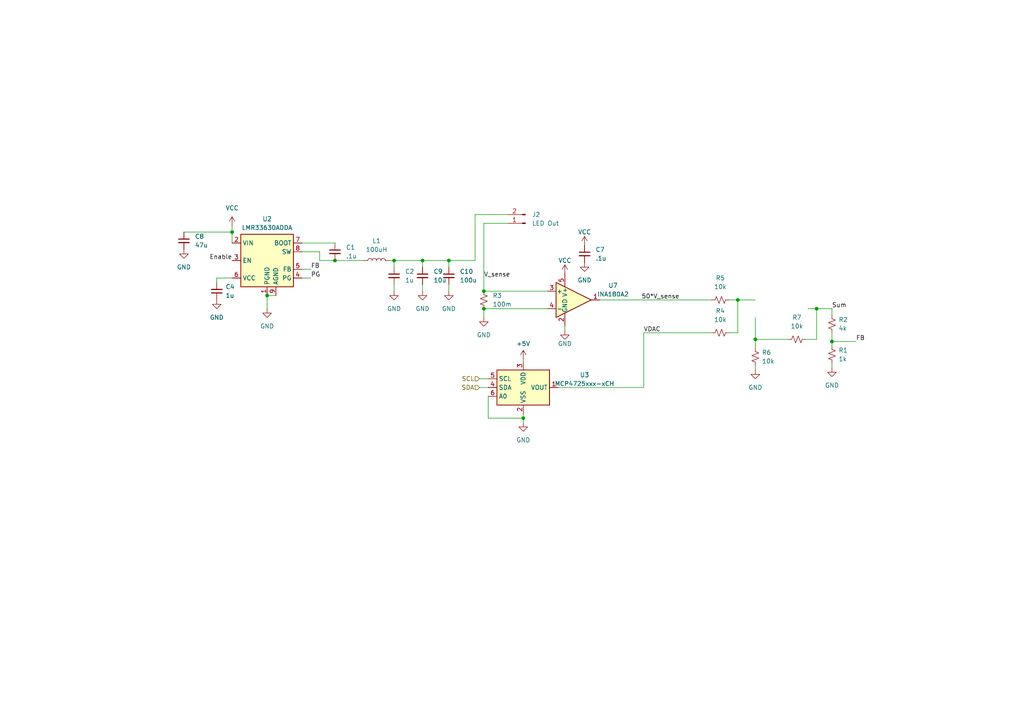
<source format=kicad_sch>
(kicad_sch (version 20230121) (generator eeschema)
  (paper "A4")
  (lib_symbols
    (symbol "Amplifier_Current:INA180A2" (pin_names (offset 0.127))
      (property "Reference" "U" (at 3.81 3.81 0))
      (property "Value" "INA180A2" (at 3.81 -2.54 0))
      (symbol "INA180A2_0_1"
        (polyline (pts (xy 5.08 0) (xy -5.08 5.08) (xy -5.08 -5.08) (xy 5.08 0)) (stroke (width 0.254)) (fill (type background)))
      )
      (symbol "INA180A2_1_1"
        (pin output line (at 7.62 0 180) (length 2.54) (name "~") (number "1"))
        (pin power_in line (at -2.54 -7.62 90) (length 3.81) (name "GND") (number "2"))
        (pin input line (at -7.62 2.54 0) (length 2.54) (name "+") (number "3"))
        (pin input line (at -7.62 -2.54 0) (length 2.54) (name "-") (number "4"))
        (pin power_in line (at -2.54 7.62 270) (length 3.81) (name "V+") (number "5"))
      )
    )
    (symbol "Analog_DAC:MCP4725xxx-xCH"
      (property "Reference" "U" (at -6.35 6.35 0))
      (property "Value" "MCP4725xxx-xCH" (at 8.89 6.35 0))
      (symbol "MCP4725xxx-xCH_0_1"
        (rectangle (start -7.62 5.08) (end 7.62 -5.08) (stroke (width 0.254)) (fill (type background)))
      )
      (symbol "MCP4725xxx-xCH_1_1"
        (pin output line (at 10.16 0 180) (length 2.54) (name "VOUT") (number "1"))
        (pin power_in line (at 0 -7.62 90) (length 2.54) (name "VSS") (number "2"))
        (pin power_in line (at 0 7.62 270) (length 2.54) (name "VDD") (number "3"))
        (pin bidirectional line (at -10.16 0 0) (length 2.54) (name "SDA") (number "4"))
        (pin input line (at -10.16 2.54 0) (length 2.54) (name "SCL") (number "5"))
        (pin input line (at -10.16 -2.54 0) (length 2.54) (name "A0") (number "6"))
      )
    )
    (symbol "Connector:Conn_01x02_Pin" (pin_names (offset 1.016) hide)
      (property "Reference" "J" (at 0 2.54 0))
      (property "Value" "Conn_01x02_Pin" (at 0 -5.08 0))
      (symbol "Conn_01x02_Pin_1_1"
        (polyline (pts (xy 1.27 -2.54) (xy 0.8636 -2.54)) (stroke (width 0.1524)))
        (polyline (pts (xy 1.27 0) (xy 0.8636 0)) (stroke (width 0.1524)))
        (rectangle (start 0.8636 -2.413) (end 0 -2.667) (stroke (width 0.1524)) (fill (type outline)))
        (rectangle (start 0.8636 0.127) (end 0 -0.127) (stroke (width 0.1524)) (fill (type outline)))
        (pin passive line (at 5.08 0 180) (length 3.81) (name "Pin_1") (number "1"))
        (pin passive line (at 5.08 -2.54 180) (length 3.81) (name "Pin_2") (number "2"))
      )
    )
    (symbol "Device:C_Small" (pin_numbers hide) (pin_names (offset 0.254) hide)
      (property "Reference" "C" (at 0.254 1.778 0))
      (property "Value" "C_Small" (at 0.254 -2.032 0))
      (symbol "C_Small_0_1"
        (polyline (pts (xy -1.524 -0.508) (xy 1.524 -0.508)) (stroke (width 0.3302)))
        (polyline (pts (xy -1.524 0.508) (xy 1.524 0.508)) (stroke (width 0.3048)))
      )
      (symbol "C_Small_1_1"
        (pin passive line (at 0 2.54 270) (length 2.032) (name "~") (number "1"))
        (pin passive line (at 0 -2.54 90) (length 2.032) (name "~") (number "2"))
      )
    )
    (symbol "Device:L" (pin_numbers hide) (pin_names (offset 1.016) hide)
      (property "Reference" "L" (at -1.27 0 90))
      (property "Value" "L" (at 1.905 0 90))
      (symbol "L_0_1"
        (arc (start 0 -2.54) (mid 0.6323 -1.905) (end 0 -1.27))
        (arc (start 0 -1.27) (mid 0.6323 -0.635) (end 0 0))
        (arc (start 0 0) (mid 0.6323 0.635) (end 0 1.27))
        (arc (start 0 1.27) (mid 0.6323 1.905) (end 0 2.54))
      )
      (symbol "L_1_1"
        (pin passive line (at 0 3.81 270) (length 1.27) (name "1") (number "1"))
        (pin passive line (at 0 -3.81 90) (length 1.27) (name "2") (number "2"))
      )
    )
    (symbol "Device:R_Small_US" (pin_numbers hide) (pin_names (offset 0.254) hide)
      (property "Reference" "R" (at 0.762 0.508 0))
      (property "Value" "R_Small_US" (at 0.762 -1.016 0))
      (symbol "R_Small_US_1_1"
        (polyline (pts (xy 0 0) (xy 1.016 -0.381) (xy 0 -0.762) (xy -1.016 -1.143) (xy 0 -1.524)))
        (polyline (pts (xy 0 1.524) (xy 1.016 1.143) (xy 0 0.762) (xy -1.016 0.381) (xy 0 0)))
        (pin passive line (at 0 2.54 270) (length 1.016) (name "~") (number "1"))
        (pin passive line (at 0 -2.54 90) (length 1.016) (name "~") (number "2"))
      )
    )
    (symbol "Regulator_Switching:LMR33630ADDA"
      (property "Reference" "U" (at 0 11.43 0))
      (property "Value" "LMR33630ADDA" (at 0 8.89 0))
      (symbol "LMR33630ADDA_0_1"
        (rectangle (start -7.62 7.62) (end 7.62 -7.62) (stroke (width 0.254)) (fill (type background)))
      )
      (symbol "LMR33630ADDA_1_1"
        (pin power_in line (at 0 -10.16 90) (length 2.54) (name "PGND") (number "1"))
        (pin power_in line (at -10.16 5.08 0) (length 2.54) (name "VIN") (number "2"))
        (pin input line (at -10.16 0 0) (length 2.54) (name "EN") (number "3"))
        (pin open_collector line (at 10.16 -5.08 180) (length 2.54) (name "PG") (number "4"))
        (pin input line (at 10.16 -2.54 180) (length 2.54) (name "FB") (number "5"))
        (pin power_out line (at -10.16 -5.08 0) (length 2.54) (name "VCC") (number "6"))
        (pin input line (at 10.16 5.08 180) (length 2.54) (name "BOOT") (number "7"))
        (pin output line (at 10.16 2.54 180) (length 2.54) (name "SW") (number "8"))
        (pin power_in line (at 2.54 -10.16 90) (length 2.54) (name "AGND") (number "9"))
      )
    )
    (symbol "power:+5V" (power) (pin_names (offset 0))
      (property "Value" "+5V" (at 0 3.556 0))
      (symbol "+5V_0_1"
        (polyline (pts (xy -0.762 1.27) (xy 0 2.54)))
        (polyline (pts (xy 0 0) (xy 0 2.54)))
        (polyline (pts (xy 0 2.54) (xy 0.762 1.27)))
      )
      (symbol "+5V_1_1"
        (pin power_in line (at 0 0 90) (length 0) hide (name "+5V") (number "1"))
      )
    )
    (symbol "power:GND" (power) (pin_names (offset 0))
      (property "Value" "GND" (at 0 -3.81 0))
      (symbol "GND_0_1"
        (polyline (pts (xy 0 0) (xy 0 -1.27) (xy 1.27 -1.27) (xy 0 -2.54) (xy -1.27 -1.27) (xy 0 -1.27)))
      )
      (symbol "GND_1_1"
        (pin power_in line (at 0 0 270) (length 0) hide (name "GND") (number "1"))
      )
    )
    (symbol "power:VCC" (power) (pin_names (offset 0))
      (property "Value" "VCC" (at 0 3.81 0))
      (symbol "VCC_0_1"
        (polyline (pts (xy -0.762 1.27) (xy 0 2.54)))
        (polyline (pts (xy 0 0) (xy 0 2.54)))
        (polyline (pts (xy 0 2.54) (xy 0.762 1.27)))
      )
      (symbol "VCC_1_1"
        (pin power_in line (at 0 0 90) (length 0) hide (name "VCC") (number "1"))
      )
    )
  )
  (junction (at 77.47 85.725))
  (junction (at 114.3 75.565))
  (junction (at 140.335 89.535))
  (junction (at 151.765 121.285))
  (junction (at 130.175 75.565))
  (junction (at 67.31 67.31))
  (junction (at 122.555 75.565))
  (junction (at 140.335 84.455))
  (junction (at 219.075 98.425))
  (junction (at 97.155 75.565))
  (junction (at 213.995 86.995))
  (junction (at 236.855 89.535))
  (junction (at 241.3 99.06))
  (wire (pts (xy 151.765 104.14) (xy 151.765 104.775)))
  (wire (pts (xy 140.335 84.455) (xy 158.75 84.455)))
  (wire (pts (xy 241.3 106.68) (xy 241.3 105.41)))
  (wire (pts (xy 92.71 75.565) (xy 92.71 73.025)))
  (wire (pts (xy 140.335 89.535) (xy 158.75 89.535)))
  (wire (pts (xy 241.3 99.06) (xy 248.285 99.06)))
  (wire (pts (xy 122.555 84.455) (xy 122.555 82.55)))
  (wire (pts (xy 53.34 67.31) (xy 67.31 67.31)))
  (wire (pts (xy 236.855 98.425) (xy 233.68 98.425)))
  (wire (pts (xy 211.455 96.52) (xy 213.995 96.52)))
  (wire (pts (xy 97.155 75.565) (xy 105.41 75.565)))
  (wire (pts (xy 97.155 75.565) (xy 92.71 75.565)))
  (wire (pts (xy 151.765 122.555) (xy 151.765 121.285)))
  (wire (pts (xy 161.925 112.395) (xy 186.69 112.395)))
  (wire (pts (xy 67.31 67.31) (xy 67.31 70.485)))
  (wire (pts (xy 186.69 96.52) (xy 206.375 96.52)))
  (wire (pts (xy 130.175 77.47) (xy 130.175 75.565)))
  (wire (pts (xy 241.3 96.52) (xy 241.3 99.06)))
  (wire (pts (xy 140.335 92.075) (xy 140.335 89.535)))
  (wire (pts (xy 122.555 77.47) (xy 122.555 75.565)))
  (wire (pts (xy 114.3 77.47) (xy 114.3 75.565)))
  (wire (pts (xy 213.995 86.995) (xy 219.075 86.995)))
  (wire (pts (xy 219.075 107.315) (xy 219.075 106.045)))
  (wire (pts (xy 211.455 86.995) (xy 213.995 86.995)))
  (wire (pts (xy 236.855 89.535) (xy 234.315 89.535)))
  (wire (pts (xy 151.765 121.285) (xy 151.765 120.015)))
  (wire (pts (xy 140.335 64.77) (xy 140.335 84.455)))
  (wire (pts (xy 87.63 80.645) (xy 90.17 80.645)))
  (wire (pts (xy 241.3 99.06) (xy 241.3 100.33)))
  (wire (pts (xy 147.32 64.77) (xy 140.335 64.77)))
  (wire (pts (xy 141.605 114.935) (xy 141.605 121.285)))
  (wire (pts (xy 241.3 89.535) (xy 241.3 91.44)))
  (wire (pts (xy 236.855 89.535) (xy 236.855 98.425)))
  (wire (pts (xy 139.065 109.855) (xy 141.605 109.855)))
  (wire (pts (xy 87.63 70.485) (xy 97.155 70.485)))
  (wire (pts (xy 67.31 65.405) (xy 67.31 67.31)))
  (wire (pts (xy 141.605 121.285) (xy 151.765 121.285)))
  (wire (pts (xy 92.71 73.025) (xy 87.63 73.025)))
  (wire (pts (xy 114.3 75.565) (xy 122.555 75.565)))
  (wire (pts (xy 139.065 112.395) (xy 141.605 112.395)))
  (wire (pts (xy 114.3 84.455) (xy 114.3 82.55)))
  (wire (pts (xy 163.83 95.885) (xy 163.83 94.615)))
  (wire (pts (xy 130.175 84.455) (xy 130.175 82.55)))
  (wire (pts (xy 173.99 86.995) (xy 206.375 86.995)))
  (wire (pts (xy 122.555 75.565) (xy 130.175 75.565)))
  (wire (pts (xy 219.075 98.425) (xy 219.075 100.965)))
  (wire (pts (xy 137.795 62.23) (xy 137.795 75.565)))
  (wire (pts (xy 130.175 75.565) (xy 137.795 75.565)))
  (wire (pts (xy 186.69 96.52) (xy 186.69 112.395)))
  (wire (pts (xy 80.01 85.725) (xy 77.47 85.725)))
  (wire (pts (xy 62.865 80.645) (xy 67.31 80.645)))
  (wire (pts (xy 87.63 78.105) (xy 90.17 78.105)))
  (wire (pts (xy 213.995 96.52) (xy 213.995 86.995)))
  (wire (pts (xy 137.795 62.23) (xy 147.32 62.23)))
  (wire (pts (xy 236.855 89.535) (xy 241.3 89.535)))
  (wire (pts (xy 77.47 85.725) (xy 77.47 89.535)))
  (wire (pts (xy 219.075 92.075) (xy 219.075 98.425)))
  (wire (pts (xy 62.865 80.645) (xy 62.865 81.915)))
  (wire (pts (xy 219.075 98.425) (xy 228.6 98.425)))
  (wire (pts (xy 113.03 75.565) (xy 114.3 75.565)))
  (label "V_sense" (at 140.335 80.645 0))
  (label "PG" (at 90.17 80.645 0))
  (label "Sum" (at 241.3 89.535 0))
  (label "FB" (at 248.285 99.06 0))
  (label "50*V_sense" (at 186.055 86.995 0))
  (label "FB" (at 90.17 78.105 0))
  (label "Enable" (at 67.31 75.565 180))
  (label "VDAC" (at 186.69 96.52 0))
  (hierarchical_label "SCL" (shape input) (at 139.065 109.855 180))
  (hierarchical_label "SDA" (shape input) (at 139.065 112.395 180))
  (symbol (lib_id "power:VCC") (at 163.83 79.375 0) (unit 1)
    (property "Reference" "#PWR014" (effects hide))
    (property "Value" "VCC" (at 163.83 75.565 0))
    (instances (project "LightingBoard" (path "" (reference "#PWR014") (unit 1)) (path "" (reference "#PWR025") (unit 1)) (path "" (reference "#PWR043") (unit 1))))
  )
  (symbol (lib_id "Device:C_Small") (at 130.175 80.01 0) (unit 1)
    (property "Reference" "C10" (at 133.35 78.7463 0) (effects (justify left)))
    (property "Value" "100u" (at 133.35 81.2863 0) (effects (justify left)))
    (instances (project "LightingBoard" (path "" (reference "C10") (unit 1)) (path "" (reference "C9") (unit 1)) (path "" (reference "C16") (unit 1))))
  )
  (symbol (lib_id "power:GND") (at 151.765 122.555 0) (unit 1)
    (property "Reference" "#PWR025" (effects hide))
    (property "Value" "GND" (at 151.765 127.635 0))
    (instances (project "LightingBoard" (path "" (reference "#PWR025") (unit 1)) (path "" (reference "#PWR017") (unit 1)) (path "" (reference "#PWR042") (unit 1))))
  )
  (symbol (lib_id "Device:R_Small_US") (at 140.335 86.995 0) (unit 1)
    (property "Reference" "R3" (at 142.875 85.725 0) (effects (justify left)))
    (property "Value" "100m" (at 142.875 88.265 0) (effects (justify left)))
    (instances (project "LightingBoard" (path "" (reference "R3") (unit 1)) (path "" (reference "R1") (unit 1)) (path "" (reference "R10") (unit 1))))
  )
  (symbol (lib_id "Device:R_Small_US") (at 219.075 103.505 180) (unit 1)
    (property "Reference" "R6" (at 220.98 102.235 0) (effects (justify right)))
    (property "Value" "10k" (at 220.98 104.775 0) (effects (justify right)))
    (instances (project "LightingBoard" (path "" (reference "R6") (unit 1)) (path "" (reference "R4") (unit 1)) (path "" (reference "R13") (unit 1))))
  )
  (symbol (lib_id "Device:C_Small") (at 97.155 73.025 0) (unit 1)
    (property "Reference" "C1" (at 100.33 71.7613 0) (effects (justify left)))
    (property "Value" ".1u" (at 100.33 74.3013 0) (effects (justify left)))
    (instances (project "LightingBoard" (path "" (reference "C1") (unit 1)) (path "" (reference "C4") (unit 1)) (path "" (reference "C13") (unit 1))))
  )
  (symbol (lib_id "power:VCC") (at 67.31 65.405 0) (unit 1)
    (property "Reference" "#PWR06" (effects hide))
    (property "Value" "VCC" (at 67.31 60.325 0))
    (instances (project "LightingBoard" (path "" (reference "#PWR06") (unit 1)) (path "" (reference "#PWR05") (unit 1)) (path "" (reference "#PWR035") (unit 1))))
  )
  (symbol (lib_id "power:GND") (at 62.865 86.995 0) (unit 1)
    (property "Reference" "#PWR07" (effects hide))
    (property "Value" "GND" (at 62.865 92.075 0))
    (instances (project "LightingBoard" (path "" (reference "#PWR07") (unit 1)) (path "" (reference "#PWR04") (unit 1)) (path "" (reference "#PWR034") (unit 1))))
  )
  (symbol (lib_id "Device:C_Small") (at 62.865 84.455 180) (unit 1)
    (property "Reference" "C4" (at 65.405 83.1786 0) (effects (justify right)))
    (property "Value" "1u" (at 65.405 85.7186 0) (effects (justify right)))
    (instances (project "LightingBoard" (path "" (reference "C4") (unit 1)) (path "" (reference "C2") (unit 1)) (path "" (reference "C12") (unit 1))))
  )
  (symbol (lib_id "power:GND") (at 130.175 84.455 0) (unit 1)
    (property "Reference" "#PWR032" (effects hide))
    (property "Value" "GND" (at 130.175 89.535 0))
    (instances (project "LightingBoard" (path "" (reference "#PWR032") (unit 1)) (path "" (reference "#PWR011") (unit 1)) (path "" (reference "#PWR039") (unit 1))))
  )
  (symbol (lib_id "Device:C_Small") (at 169.545 73.66 0) (unit 1)
    (property "Reference" "C7" (at 172.72 72.3963 0) (effects (justify left)))
    (property "Value" ".1u" (at 172.72 74.9363 0) (effects (justify left)))
    (instances (project "LightingBoard" (path "" (reference "C7") (unit 1)) (path "" (reference "C10") (unit 1)) (path "" (reference "C17") (unit 1))))
  )
  (symbol (lib_id "Device:C_Small") (at 53.34 69.85 0) (unit 1)
    (property "Reference" "C8" (at 56.515 68.5863 0) (effects (justify left)))
    (property "Value" "47u" (at 56.515 71.1263 0) (effects (justify left)))
    (instances (project "LightingBoard" (path "" (reference "C8") (unit 1)) (path "" (reference "C1") (unit 1)) (path "" (reference "C11") (unit 1))))
  )
  (symbol (lib_id "Device:R_Small_US") (at 231.14 98.425 270) (unit 1)
    (property "Reference" "R7" (at 231.14 92.075 90))
    (property "Value" "10k" (at 231.14 94.615 90))
    (instances (project "LightingBoard" (path "" (reference "R7") (unit 1)) (path "" (reference "R5") (unit 1)) (path "" (reference "R14") (unit 1))))
  )
  (symbol (lib_id "power:+5V") (at 151.765 104.14 0) (unit 1)
    (property "Reference" "#PWR017" (effects hide))
    (property "Value" "+5V" (at 151.765 99.695 0))
    (instances (project "LightingBoard" (path "" (reference "#PWR017") (unit 1)) (path "" (reference "#PWR014") (unit 1)) (path "" (reference "#PWR041") (unit 1))))
  )
  (symbol (lib_id "Analog_DAC:MCP4725xxx-xCH") (at 151.765 112.395 0) (unit 1)
    (property "Reference" "U3" (at 169.545 108.7471 0))
    (property "Value" "MCP4725xxx-xCH" (at 169.545 111.2871 0))
    (property "Footprint" "Package_TO_SOT_SMD:SOT-23-6" (effects hide))
    (property "Datasheet" "http://ww1.microchip.com/downloads/en/DeviceDoc/22039d.pdf" (effects hide))
    (instances (project "LightingBoard" (path "" (reference "U3") (unit 1)) (path "" (reference "U3") (unit 1)) (path "" (reference "U8") (unit 1))))
  )
  (symbol (lib_id "power:GND") (at 219.075 107.315 0) (unit 1)
    (property "Reference" "#PWR011" (effects hide))
    (property "Value" "GND" (at 219.075 112.395 0))
    (instances (project "LightingBoard" (path "" (reference "#PWR011") (unit 1)) (path "" (reference "#PWR031") (unit 1)) (path "" (reference "#PWR047") (unit 1))))
  )
  (symbol (lib_id "power:GND") (at 163.83 95.885 0) (unit 1)
    (property "Reference" "#PWR013" (effects hide))
    (property "Value" "GND" (at 163.83 99.695 0))
    (instances (project "LightingBoard" (path "" (reference "#PWR013") (unit 1)) (path "" (reference "#PWR027") (unit 1)) (path "" (reference "#PWR044") (unit 1))))
  )
  (symbol (lib_id "power:GND") (at 53.34 72.39 0) (unit 1)
    (property "Reference" "#PWR030" (effects hide))
    (property "Value" "GND" (at 53.34 77.47 0))
    (instances (project "LightingBoard" (path "" (reference "#PWR030") (unit 1)) (path "" (reference "#PWR03") (unit 1)) (path "" (reference "#PWR033") (unit 1))))
  )
  (symbol (lib_id "power:VCC") (at 169.545 71.12 0) (unit 1)
    (property "Reference" "#PWR027" (effects hide))
    (property "Value" "VCC" (at 169.545 67.31 0))
    (instances (project "LightingBoard" (path "" (reference "#PWR027") (unit 1)) (path "" (reference "#PWR028") (unit 1)) (path "" (reference "#PWR045") (unit 1))))
  )
  (symbol (lib_id "power:GND") (at 77.47 89.535 0) (unit 1)
    (property "Reference" "#PWR03" (effects hide))
    (property "Value" "GND" (at 77.47 94.615 0))
    (instances (project "LightingBoard" (path "" (reference "#PWR03") (unit 1)) (path "" (reference "#PWR06") (unit 1)) (path "" (reference "#PWR036") (unit 1))))
  )
  (symbol (lib_id "power:GND") (at 169.545 76.2 0) (unit 1)
    (property "Reference" "#PWR028" (effects hide))
    (property "Value" "GND" (at 169.545 81.28 0))
    (instances (project "LightingBoard" (path "" (reference "#PWR028") (unit 1)) (path "" (reference "#PWR030") (unit 1)) (path "" (reference "#PWR046") (unit 1))))
  )
  (symbol (lib_id "Device:L") (at 109.22 75.565 90) (unit 1)
    (property "Reference" "L1" (at 109.22 69.85 90))
    (property "Value" "100uH" (at 109.22 72.39 90))
    (instances (project "LightingBoard" (path "" (reference "L1") (unit 1)) (path "" (reference "L1") (unit 1)) (path "" (reference "L2") (unit 1))))
  )
  (symbol (lib_id "Amplifier_Current:INA180A2") (at 166.37 86.995 0) (unit 1)
    (property "Reference" "U7" (at 177.8 82.8041 0))
    (property "Value" "INA180A2" (at 177.8 85.3441 0))
    (property "Footprint" "Package_TO_SOT_SMD:SOT-23-5" (effects hide))
    (property "Datasheet" "http://www.ti.com/lit/ds/symlink/ina180.pdf" (effects hide))
    (instances (project "LightingBoard" (path "" (reference "U7") (unit 1)) (path "" (reference "U4") (unit 1)) (path "" (reference "U9") (unit 1))))
  )
  (symbol (lib_id "Connector:Conn_01x02_Pin") (at 152.4 64.77 180) (unit 1)
    (property "Reference" "J2" (at 154.305 62.23 0) (effects (justify right)))
    (property "Value" "LED Out" (at 154.305 64.77 0) (effects (justify right)))
    (instances (project "LightingBoard" (path "" (reference "J2") (unit 1)) (path "" (reference "J2") (unit 1)) (path "" (reference "J5") (unit 1))))
  )
  (symbol (lib_id "power:GND") (at 122.555 84.455 0) (unit 1)
    (property "Reference" "#PWR031" (effects hide))
    (property "Value" "GND" (at 122.555 89.535 0))
    (instances (project "LightingBoard" (path "" (reference "#PWR031") (unit 1)) (path "" (reference "#PWR09") (unit 1)) (path "" (reference "#PWR038") (unit 1))))
  )
  (symbol (lib_id "Device:C_Small") (at 114.3 80.01 0) (unit 1)
    (property "Reference" "C2" (at 117.475 78.7463 0) (effects (justify left)))
    (property "Value" "1u" (at 117.475 81.2863 0) (effects (justify left)))
    (instances (project "LightingBoard" (path "" (reference "C2") (unit 1)) (path "" (reference "C7") (unit 1)) (path "" (reference "C14") (unit 1))))
  )
  (symbol (lib_id "Regulator_Switching:LMR33630ADDA") (at 77.47 75.565 0) (unit 1)
    (property "Reference" "U2" (at 77.47 63.5 0))
    (property "Value" "LMR33630ADDA" (at 77.47 66.04 0))
    (property "Footprint" "Package_SO:Texas_HSOP-8-1EP_3.9x4.9mm_P1.27mm_ThermalVias" (effects hide))
    (property "Datasheet" "http://www.ti.com/lit/ds/symlink/lmr33630.pdf" (effects hide))
    (instances (project "LightingBoard" (path "" (reference "U2") (unit 1)) (path "" (reference "U2") (unit 1)) (path "" (reference "U7") (unit 1))))
  )
  (symbol (lib_id "Device:R_Small_US") (at 208.915 96.52 270) (unit 1)
    (property "Reference" "R4" (at 208.915 90.17 90))
    (property "Value" "10k" (at 208.915 92.71 90))
    (instances (project "LightingBoard" (path "" (reference "R4") (unit 1)) (path "" (reference "R3") (unit 1)) (path "" (reference "R12") (unit 1))))
  )
  (symbol (lib_id "power:GND") (at 114.3 84.455 0) (unit 1)
    (property "Reference" "#PWR05" (effects hide))
    (property "Value" "GND" (at 114.3 89.535 0))
    (instances (project "LightingBoard" (path "" (reference "#PWR05") (unit 1)) (path "" (reference "#PWR07") (unit 1)) (path "" (reference "#PWR037") (unit 1))))
  )
  (symbol (lib_id "power:GND") (at 241.3 106.68 0) (unit 1)
    (property "Reference" "#PWR09" (effects hide))
    (property "Value" "GND" (at 241.3 111.76 0))
    (instances (project "LightingBoard" (path "" (reference "#PWR09") (unit 1)) (path "" (reference "#PWR032") (unit 1)) (path "" (reference "#PWR048") (unit 1))))
  )
  (symbol (lib_id "power:GND") (at 140.335 92.075 0) (unit 1)
    (property "Reference" "#PWR04" (effects hide))
    (property "Value" "GND" (at 140.335 97.155 0))
    (instances (project "LightingBoard" (path "" (reference "#PWR04") (unit 1)) (path "" (reference "#PWR013") (unit 1)) (path "" (reference "#PWR040") (unit 1))))
  )
  (symbol (lib_id "Device:R_Small_US") (at 241.3 93.98 180) (unit 1)
    (property "Reference" "R2" (at 243.205 92.71 0) (effects (justify right)))
    (property "Value" "4k" (at 243.205 95.25 0) (effects (justify right)))
    (instances (project "LightingBoard" (path "" (reference "R2") (unit 1)) (path "" (reference "R6") (unit 1)) (path "" (reference "R15") (unit 1))))
  )
  (symbol (lib_id "Device:R_Small_US") (at 208.915 86.995 270) (unit 1)
    (property "Reference" "R5" (at 208.915 80.645 90))
    (property "Value" "10k" (at 208.915 83.185 90))
    (instances (project "LightingBoard" (path "" (reference "R5") (unit 1)) (path "" (reference "R2") (unit 1)) (path "" (reference "R11") (unit 1))))
  )
  (symbol (lib_id "Device:C_Small") (at 122.555 80.01 0) (unit 1)
    (property "Reference" "C9" (at 125.73 78.7463 0) (effects (justify left)))
    (property "Value" "10u" (at 125.73 81.2863 0) (effects (justify left)))
    (instances (project "LightingBoard" (path "" (reference "C9") (unit 1)) (path "" (reference "C8") (unit 1)) (path "" (reference "C15") (unit 1))))
  )
  (symbol (lib_id "Device:R_Small_US") (at 241.3 102.87 180) (unit 1)
    (property "Reference" "R1" (at 243.205 101.6 0) (effects (justify right)))
    (property "Value" "1k" (at 243.205 104.14 0) (effects (justify right)))
    (instances (project "LightingBoard" (path "" (reference "R1") (unit 1)) (path "" (reference "R7") (unit 1)) (path "" (reference "R16") (unit 1))))
  )
)
</source>
